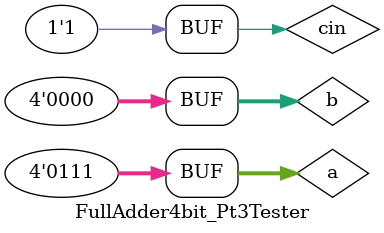
<source format=v>



`timescale 1ns/100ps

module FullAdder4bit_Pt3Tester;
  
  // Define a parameter so that the adder can be any size:
  
  parameter SIZE = 4;
   
  // Declare all inputs as reg:
  
  reg  [SIZE-1:0] a, b;
  reg  cin;
  
  // Define outputs for each of the individual instantiations:
  
  wire [SIZE-1:0] sPt2, sPt3;
  wire coutPt2, coutPt3;
  
  // Instantiate a the FullAdder from Pt2 (generate statements),
  // along with a version of the one for Pt3 (pin-to-pin delays):
  
  FullAdder4bit     Pt2UUT (a,b,cin,sPt2,coutPt2);
  FullAdder4bit_Pt3 Pt3UUT (a,b,cin,sPt3,coutPt3);
    
  // Define a parameter to choose the appropriate simulation:
  
  parameter SIM_CHOICE = 2;
  
  // Create the testbench sequences:
  
  initial begin
    
    // Simulation #1:
    
    // Add the values a = 0011 and b = 1100 with cin = 0:
    // Result should be s = 1111, cout = 0.
    
    if (SIM_CHOICE == 1) begin
      
      a   <= 4'b0011;      
      b   <= 4'b1100;
      cin <= 0;
      
      // End testbench simulation.
      
      #50;
      
    end 

    // Simulation #2:
    
    // Add the values a = 0111 and b = 0000 with cin = 1:
    // Result should be s = 1000, cout = 0.
      
    else if (SIM_CHOICE == 2) begin
      
      a   <= 4'b0111;
      b   <= 4'b0000;
      cin <= 1;
    
      // End testbench simulation.
      
      #50;
      
    end
         
    // Simulation #3:
    
    // Add the values a = 1111 and b = 1111 with cin = 0:
    // Result should be s = 1110, cout = 1.
    
    else if (SIM_CHOICE == 3) begin
      
      a   <= 4'b1111;
      b   <= 4'b1111;
      cin <= 0;
      
      // End testbench simulation.
      
      #50;
      
    end
    
    // Simulation #4:
    
    // Add the values a = 0011 and b = 1100 with cin = 1:
    // Result should be s = 0000, cout = 1.
    // This will produce the WORST CASE circuit delay.
    
    else if (SIM_CHOICE == 4) begin
      
      a   <= 4'b0011;      
      b   <= 4'b1100;
      cin <= 1;
      
      // End testbench simulation.
      
      #50;
      
    end  
    
    else begin
      $display ("An invalid number was chosen for SIM_CHOICE.");      
    end
    
  end
    
endmodule
</source>
